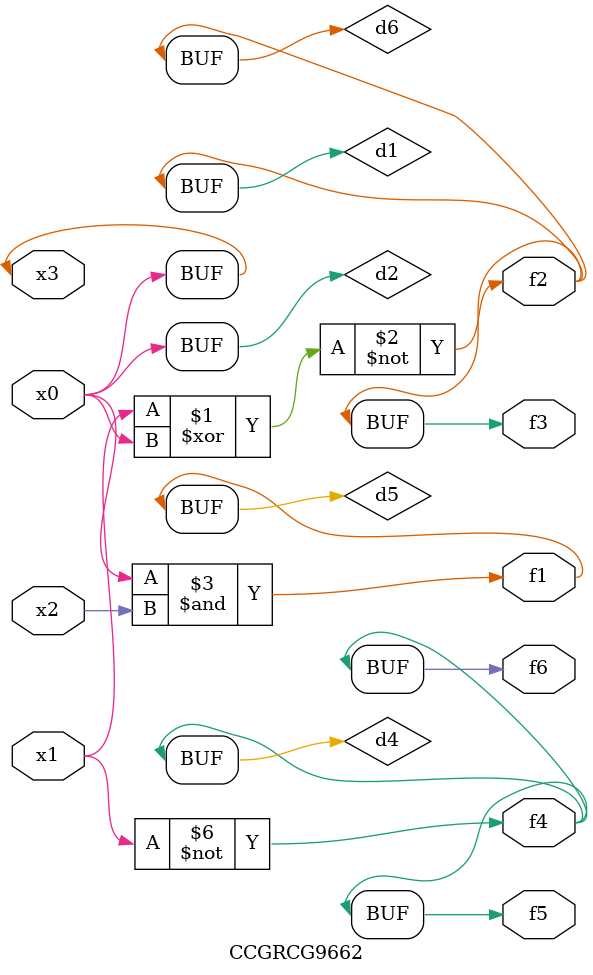
<source format=v>
module CCGRCG9662(
	input x0, x1, x2, x3,
	output f1, f2, f3, f4, f5, f6
);

	wire d1, d2, d3, d4, d5, d6;

	xnor (d1, x1, x3);
	buf (d2, x0, x3);
	nand (d3, x0, x2);
	not (d4, x1);
	nand (d5, d3);
	or (d6, d1);
	assign f1 = d5;
	assign f2 = d6;
	assign f3 = d6;
	assign f4 = d4;
	assign f5 = d4;
	assign f6 = d4;
endmodule

</source>
